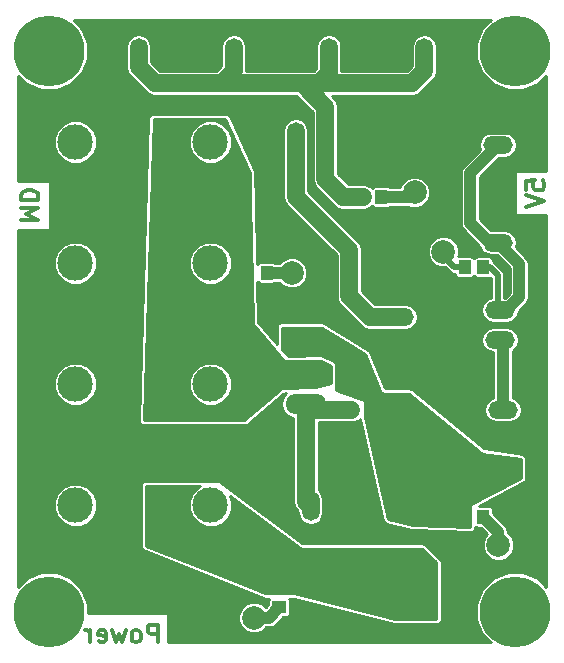
<source format=gbr>
G04 #@! TF.FileFunction,Copper,L2,Bot,Signal*
%FSLAX46Y46*%
G04 Gerber Fmt 4.6, Leading zero omitted, Abs format (unit mm)*
G04 Created by KiCad (PCBNEW 4.0.1-stable) date 2018/07/13 14:56:23*
%MOMM*%
G01*
G04 APERTURE LIST*
%ADD10C,0.100000*%
%ADD11C,0.300000*%
%ADD12O,1.500000X2.500000*%
%ADD13R,2.000000X2.000000*%
%ADD14C,2.000000*%
%ADD15O,2.500000X1.500000*%
%ADD16C,1.524000*%
%ADD17C,3.000000*%
%ADD18O,3.500120X1.699260*%
%ADD19R,1.000000X1.200000*%
%ADD20R,1.200000X1.000000*%
%ADD21O,3.800000X5.500000*%
%ADD22O,3.800000X5.300000*%
%ADD23C,6.000000*%
%ADD24C,1.000000*%
%ADD25C,0.500000*%
%ADD26C,1.500000*%
%ADD27C,0.250000*%
G04 APERTURE END LIST*
D10*
D11*
X162938571Y-87254287D02*
X162938571Y-86540001D01*
X163652857Y-86468572D01*
X163581429Y-86540001D01*
X163510000Y-86682858D01*
X163510000Y-87040001D01*
X163581429Y-87182858D01*
X163652857Y-87254287D01*
X163795714Y-87325715D01*
X164152857Y-87325715D01*
X164295714Y-87254287D01*
X164367143Y-87182858D01*
X164438571Y-87040001D01*
X164438571Y-86682858D01*
X164367143Y-86540001D01*
X164295714Y-86468572D01*
X162938571Y-87754286D02*
X164438571Y-88254286D01*
X162938571Y-88754286D01*
X120121429Y-89850000D02*
X121621429Y-89850000D01*
X120550000Y-89350000D01*
X121621429Y-88850000D01*
X120121429Y-88850000D01*
X120121429Y-88135714D02*
X121621429Y-88135714D01*
X121621429Y-87778571D01*
X121550000Y-87564286D01*
X121407143Y-87421428D01*
X121264286Y-87350000D01*
X120978571Y-87278571D01*
X120764286Y-87278571D01*
X120478571Y-87350000D01*
X120335714Y-87421428D01*
X120192857Y-87564286D01*
X120121429Y-87778571D01*
X120121429Y-88135714D01*
X131714285Y-125578571D02*
X131714285Y-124078571D01*
X131142857Y-124078571D01*
X130999999Y-124150000D01*
X130928571Y-124221429D01*
X130857142Y-124364286D01*
X130857142Y-124578571D01*
X130928571Y-124721429D01*
X130999999Y-124792857D01*
X131142857Y-124864286D01*
X131714285Y-124864286D01*
X129999999Y-125578571D02*
X130142857Y-125507143D01*
X130214285Y-125435714D01*
X130285714Y-125292857D01*
X130285714Y-124864286D01*
X130214285Y-124721429D01*
X130142857Y-124650000D01*
X129999999Y-124578571D01*
X129785714Y-124578571D01*
X129642857Y-124650000D01*
X129571428Y-124721429D01*
X129499999Y-124864286D01*
X129499999Y-125292857D01*
X129571428Y-125435714D01*
X129642857Y-125507143D01*
X129785714Y-125578571D01*
X129999999Y-125578571D01*
X128999999Y-124578571D02*
X128714285Y-125578571D01*
X128428571Y-124864286D01*
X128142856Y-125578571D01*
X127857142Y-124578571D01*
X126714285Y-125507143D02*
X126857142Y-125578571D01*
X127142856Y-125578571D01*
X127285713Y-125507143D01*
X127357142Y-125364286D01*
X127357142Y-124792857D01*
X127285713Y-124650000D01*
X127142856Y-124578571D01*
X126857142Y-124578571D01*
X126714285Y-124650000D01*
X126642856Y-124792857D01*
X126642856Y-124935714D01*
X127357142Y-125078571D01*
X125999999Y-125578571D02*
X125999999Y-124578571D01*
X125999999Y-124864286D02*
X125928571Y-124721429D01*
X125857142Y-124650000D01*
X125714285Y-124578571D01*
X125571428Y-124578571D01*
D12*
X154300000Y-75700000D03*
X151800000Y-75700000D03*
D13*
X137330000Y-123500000D03*
D14*
X139870000Y-123500000D03*
D13*
X163100000Y-117370000D03*
D14*
X160560000Y-117370000D03*
D13*
X145600000Y-94300000D03*
D14*
X143060000Y-94300000D03*
D13*
X156000000Y-87500000D03*
D14*
X153460000Y-87500000D03*
D13*
X153360000Y-92510000D03*
D14*
X155900000Y-92510000D03*
D12*
X144670000Y-114070000D03*
X147170000Y-114070000D03*
D15*
X160930000Y-105890000D03*
X160930000Y-108390000D03*
X160930000Y-110890000D03*
X152146000Y-98044000D03*
X152146000Y-100544000D03*
X152146000Y-103044000D03*
X152146000Y-105544000D03*
D16*
X133000000Y-105000000D03*
X127920000Y-105000000D03*
D17*
X136175000Y-103730000D03*
X124745000Y-103730000D03*
D16*
X133000000Y-115250000D03*
X127920000Y-115250000D03*
D17*
X136175000Y-113980000D03*
X124745000Y-113980000D03*
D15*
X160500000Y-83500000D03*
X160500000Y-81000000D03*
D12*
X146200000Y-75700000D03*
X143700000Y-75700000D03*
D16*
X133000000Y-94750000D03*
X127920000Y-94750000D03*
D17*
X136175000Y-93480000D03*
X124745000Y-93480000D03*
D15*
X160500000Y-91750000D03*
X160500000Y-89250000D03*
D16*
X133000000Y-84500000D03*
X127920000Y-84500000D03*
D17*
X136175000Y-83230000D03*
X124745000Y-83230000D03*
D18*
X144272000Y-102870000D03*
X144272000Y-105410000D03*
X144272000Y-100330000D03*
D19*
X149680000Y-105900000D03*
X148120000Y-105900000D03*
D20*
X142010000Y-121060000D03*
X142010000Y-122620000D03*
D19*
X157720000Y-114950000D03*
X159280000Y-114950000D03*
X139374000Y-94284000D03*
X140934000Y-94284000D03*
X149080000Y-87884000D03*
X150640000Y-87884000D03*
X159280000Y-93840000D03*
X157720000Y-93840000D03*
D21*
X153250000Y-120590000D03*
D22*
X153250000Y-112590000D03*
D15*
X160710000Y-99970000D03*
X160710000Y-97470000D03*
D12*
X138150000Y-75700000D03*
X135650000Y-75700000D03*
X130100000Y-75700000D03*
X127600000Y-75700000D03*
X143400000Y-82800000D03*
X145900000Y-82800000D03*
D23*
X162000000Y-123000000D03*
X162000000Y-75500000D03*
X122500000Y-123000000D03*
X122500000Y-75500000D03*
D24*
X147580000Y-113660000D02*
X147170000Y-114070000D01*
X139870000Y-123500000D02*
X141130000Y-123500000D01*
X141130000Y-123500000D02*
X142010000Y-122620000D01*
X160560000Y-117370000D02*
X160560000Y-116230000D01*
X160560000Y-116230000D02*
X159280000Y-114950000D01*
X143060000Y-94300000D02*
X140950000Y-94300000D01*
X140950000Y-94300000D02*
X140934000Y-94284000D01*
X150640000Y-87884000D02*
X153076000Y-87884000D01*
X153076000Y-87884000D02*
X153460000Y-87500000D01*
D25*
X155900000Y-92510000D02*
X155900000Y-92900000D01*
X155900000Y-92900000D02*
X156840000Y-93840000D01*
X156840000Y-93840000D02*
X157720000Y-93840000D01*
D24*
X160930000Y-105890000D02*
X160930000Y-100190000D01*
X160930000Y-100190000D02*
X160710000Y-99970000D01*
D26*
X143400000Y-82800000D02*
X143400000Y-87850000D01*
X149694000Y-98044000D02*
X152146000Y-98044000D01*
X147930000Y-96280000D02*
X149694000Y-98044000D01*
X147930000Y-92380000D02*
X147930000Y-96280000D01*
X143400000Y-87850000D02*
X147930000Y-92380000D01*
X144272000Y-105410000D02*
X144272000Y-113672000D01*
X144272000Y-113672000D02*
X144670000Y-114070000D01*
X148120000Y-105900000D02*
X144762000Y-105900000D01*
X144762000Y-105900000D02*
X144272000Y-105410000D01*
D25*
X159280000Y-93840000D02*
X159840000Y-93840000D01*
X160500000Y-94500000D02*
X160500000Y-97260000D01*
X159840000Y-93840000D02*
X160500000Y-94500000D01*
X160500000Y-97260000D02*
X160710000Y-97470000D01*
D24*
X160710000Y-97470000D02*
X161190000Y-97470000D01*
X161190000Y-97470000D02*
X162340000Y-96320000D01*
X162340000Y-96320000D02*
X162340000Y-93590000D01*
X162340000Y-93590000D02*
X160500000Y-91750000D01*
X160500000Y-91750000D02*
X159830000Y-91750000D01*
X159830000Y-91750000D02*
X158190000Y-90110000D01*
X158190000Y-85810000D02*
X160500000Y-83500000D01*
X158190000Y-90110000D02*
X158190000Y-85810000D01*
D26*
X145900000Y-82800000D02*
X145900000Y-86360000D01*
X147424000Y-87884000D02*
X149080000Y-87884000D01*
X145900000Y-86360000D02*
X147424000Y-87884000D01*
X145380000Y-78250000D02*
X153260000Y-78250000D01*
X154300000Y-77210000D02*
X154300000Y-75700000D01*
X153260000Y-78250000D02*
X154300000Y-77210000D01*
X143900000Y-78250000D02*
X145380000Y-78250000D01*
X146200000Y-77430000D02*
X146200000Y-75700000D01*
X145380000Y-78250000D02*
X146200000Y-77430000D01*
X145900000Y-82800000D02*
X145900000Y-80250000D01*
X143900000Y-78250000D02*
X137120000Y-78250000D01*
X145900000Y-80250000D02*
X143900000Y-78250000D01*
X138150000Y-75700000D02*
X138150000Y-77220000D01*
X131470000Y-78250000D02*
X130100000Y-76880000D01*
X137120000Y-78250000D02*
X131470000Y-78250000D01*
X138150000Y-77220000D02*
X137120000Y-78250000D01*
X130100000Y-76880000D02*
X130100000Y-75700000D01*
D27*
G36*
X139535229Y-85857664D02*
X139555004Y-88191059D01*
X139555021Y-88192288D01*
X139745021Y-98572288D01*
X139755758Y-98620731D01*
X139774941Y-98651171D01*
X142404941Y-101731171D01*
X142444010Y-101761759D01*
X142501229Y-101774994D01*
X145521359Y-101745288D01*
X146355475Y-102157862D01*
X146364405Y-103613524D01*
X145011401Y-103965676D01*
X142194704Y-104085112D01*
X142146533Y-104097012D01*
X142119123Y-104114691D01*
X138984112Y-106775000D01*
X130578949Y-106775000D01*
X130662419Y-104091422D01*
X134349684Y-104091422D01*
X134626938Y-104762429D01*
X135139871Y-105276258D01*
X135810392Y-105554683D01*
X136536422Y-105555316D01*
X137207429Y-105278062D01*
X137721258Y-104765129D01*
X137999683Y-104094608D01*
X138000316Y-103368578D01*
X137723062Y-102697571D01*
X137210129Y-102183742D01*
X136539608Y-101905317D01*
X135813578Y-101904684D01*
X135142571Y-102181938D01*
X134628742Y-102694871D01*
X134350317Y-103365392D01*
X134349684Y-104091422D01*
X130662419Y-104091422D01*
X130981237Y-93841422D01*
X134349684Y-93841422D01*
X134626938Y-94512429D01*
X135139871Y-95026258D01*
X135810392Y-95304683D01*
X136536422Y-95305316D01*
X137207429Y-95028062D01*
X137721258Y-94515129D01*
X137999683Y-93844608D01*
X138000316Y-93118578D01*
X137723062Y-92447571D01*
X137210129Y-91933742D01*
X136539608Y-91655317D01*
X135813578Y-91654684D01*
X135142571Y-91931938D01*
X134628742Y-92444871D01*
X134350317Y-93115392D01*
X134349684Y-93841422D01*
X130981237Y-93841422D01*
X131300055Y-83591422D01*
X134349684Y-83591422D01*
X134626938Y-84262429D01*
X135139871Y-84776258D01*
X135810392Y-85054683D01*
X136536422Y-85055316D01*
X137207429Y-84778062D01*
X137721258Y-84265129D01*
X137999683Y-83594608D01*
X138000316Y-82868578D01*
X137723062Y-82197571D01*
X137210129Y-81683742D01*
X136539608Y-81405317D01*
X135813578Y-81404684D01*
X135142571Y-81681938D01*
X134628742Y-82194871D01*
X134350317Y-82865392D01*
X134349684Y-83591422D01*
X131300055Y-83591422D01*
X131371185Y-81304614D01*
X137449742Y-81285256D01*
X139535229Y-85857664D01*
X139535229Y-85857664D01*
G37*
X139535229Y-85857664D02*
X139555004Y-88191059D01*
X139555021Y-88192288D01*
X139745021Y-98572288D01*
X139755758Y-98620731D01*
X139774941Y-98651171D01*
X142404941Y-101731171D01*
X142444010Y-101761759D01*
X142501229Y-101774994D01*
X145521359Y-101745288D01*
X146355475Y-102157862D01*
X146364405Y-103613524D01*
X145011401Y-103965676D01*
X142194704Y-104085112D01*
X142146533Y-104097012D01*
X142119123Y-104114691D01*
X138984112Y-106775000D01*
X130578949Y-106775000D01*
X130662419Y-104091422D01*
X134349684Y-104091422D01*
X134626938Y-104762429D01*
X135139871Y-105276258D01*
X135810392Y-105554683D01*
X136536422Y-105555316D01*
X137207429Y-105278062D01*
X137721258Y-104765129D01*
X137999683Y-104094608D01*
X138000316Y-103368578D01*
X137723062Y-102697571D01*
X137210129Y-102183742D01*
X136539608Y-101905317D01*
X135813578Y-101904684D01*
X135142571Y-102181938D01*
X134628742Y-102694871D01*
X134350317Y-103365392D01*
X134349684Y-104091422D01*
X130662419Y-104091422D01*
X130981237Y-93841422D01*
X134349684Y-93841422D01*
X134626938Y-94512429D01*
X135139871Y-95026258D01*
X135810392Y-95304683D01*
X136536422Y-95305316D01*
X137207429Y-95028062D01*
X137721258Y-94515129D01*
X137999683Y-93844608D01*
X138000316Y-93118578D01*
X137723062Y-92447571D01*
X137210129Y-91933742D01*
X136539608Y-91655317D01*
X135813578Y-91654684D01*
X135142571Y-91931938D01*
X134628742Y-92444871D01*
X134350317Y-93115392D01*
X134349684Y-93841422D01*
X130981237Y-93841422D01*
X131300055Y-83591422D01*
X134349684Y-83591422D01*
X134626938Y-84262429D01*
X135139871Y-84776258D01*
X135810392Y-85054683D01*
X136536422Y-85055316D01*
X137207429Y-84778062D01*
X137721258Y-84265129D01*
X137999683Y-83594608D01*
X138000316Y-82868578D01*
X137723062Y-82197571D01*
X137210129Y-81683742D01*
X136539608Y-81405317D01*
X135813578Y-81404684D01*
X135142571Y-81681938D01*
X134628742Y-82194871D01*
X134350317Y-82865392D01*
X134349684Y-83591422D01*
X131300055Y-83591422D01*
X131371185Y-81304614D01*
X137449742Y-81285256D01*
X139535229Y-85857664D01*
G36*
X159182845Y-73614079D02*
X158675578Y-74835715D01*
X158674424Y-76158482D01*
X159179558Y-77381001D01*
X160114079Y-78317155D01*
X161335715Y-78824422D01*
X162658482Y-78825576D01*
X163881001Y-78320442D01*
X164600000Y-77602697D01*
X164600000Y-85707857D01*
X161935000Y-85707857D01*
X161935000Y-89372142D01*
X164600000Y-89372142D01*
X164600000Y-120898172D01*
X163885921Y-120182845D01*
X162664285Y-119675578D01*
X161341518Y-119674424D01*
X160118999Y-120179558D01*
X159182845Y-121114079D01*
X158675578Y-122335715D01*
X158674424Y-123658482D01*
X159179558Y-124881001D01*
X159897303Y-125600000D01*
X132546429Y-125600000D01*
X132546429Y-123075000D01*
X125824936Y-123075000D01*
X125825576Y-122341518D01*
X125320442Y-121118999D01*
X124385921Y-120182845D01*
X123164285Y-119675578D01*
X121841518Y-119674424D01*
X120618999Y-120179558D01*
X119900000Y-120897303D01*
X119900000Y-114341422D01*
X122919684Y-114341422D01*
X123196938Y-115012429D01*
X123709871Y-115526258D01*
X124380392Y-115804683D01*
X125106422Y-115805316D01*
X125777429Y-115528062D01*
X126291258Y-115015129D01*
X126569683Y-114344608D01*
X126570316Y-113618578D01*
X126293062Y-112947571D01*
X125780129Y-112433742D01*
X125289465Y-112230000D01*
X130295000Y-112230000D01*
X130295000Y-117490000D01*
X130319348Y-117613425D01*
X130391055Y-117720671D01*
X130498836Y-117791570D01*
X140628836Y-121861570D01*
X140748705Y-121884997D01*
X141176060Y-121886700D01*
X141104740Y-121991080D01*
X141078633Y-122120000D01*
X141078633Y-122384641D01*
X140853513Y-122609761D01*
X140621532Y-122377375D01*
X140134715Y-122175231D01*
X139607598Y-122174771D01*
X139120428Y-122376065D01*
X138747375Y-122748468D01*
X138545231Y-123235285D01*
X138544771Y-123762402D01*
X138746065Y-124249572D01*
X139118468Y-124622625D01*
X139605285Y-124824769D01*
X140132402Y-124825229D01*
X140619572Y-124623935D01*
X140919029Y-124325000D01*
X141130000Y-124325000D01*
X141445714Y-124262201D01*
X141713363Y-124083363D01*
X142345359Y-123451367D01*
X142610000Y-123451367D01*
X142730438Y-123428705D01*
X142841053Y-123357526D01*
X142915260Y-123248920D01*
X142941367Y-123120000D01*
X142941367Y-122120000D01*
X142918705Y-121999562D01*
X142850372Y-121893370D01*
X143218669Y-121894837D01*
X151709873Y-124054968D01*
X151789107Y-124064999D01*
X155429107Y-124074999D01*
X155548124Y-124052774D01*
X155656613Y-123982963D01*
X155729395Y-123876443D01*
X155755000Y-123750000D01*
X155755000Y-118750000D01*
X155726069Y-118615954D01*
X155650591Y-118511328D01*
X154330591Y-117291328D01*
X154236151Y-117230482D01*
X154109683Y-117205000D01*
X143967342Y-117214895D01*
X136903772Y-111969083D01*
X136836443Y-111930605D01*
X136710000Y-111905000D01*
X130620000Y-111905000D01*
X130501876Y-111927226D01*
X130393387Y-111997037D01*
X130320605Y-112103557D01*
X130295000Y-112230000D01*
X125289465Y-112230000D01*
X125109608Y-112155317D01*
X124383578Y-112154684D01*
X123712571Y-112431938D01*
X123198742Y-112944871D01*
X122920317Y-113615392D01*
X122919684Y-114341422D01*
X119900000Y-114341422D01*
X119900000Y-106889896D01*
X130125157Y-106889896D01*
X130147226Y-107018124D01*
X130217037Y-107126613D01*
X130323557Y-107199395D01*
X130450000Y-107225000D01*
X139030000Y-107225000D01*
X139127305Y-107210092D01*
X139240281Y-107147804D01*
X142325224Y-104529982D01*
X142591182Y-104518705D01*
X142500328Y-104579411D01*
X142245700Y-104960489D01*
X142156287Y-105410000D01*
X142245700Y-105859511D01*
X142500328Y-106240589D01*
X142881406Y-106495217D01*
X143197000Y-106557992D01*
X143197000Y-113672000D01*
X143278830Y-114083385D01*
X143470135Y-114369694D01*
X143511860Y-114432140D01*
X143595000Y-114515280D01*
X143595000Y-114600856D01*
X143676830Y-115012241D01*
X143909860Y-115360996D01*
X144258615Y-115594026D01*
X144670000Y-115675856D01*
X145081385Y-115594026D01*
X145430140Y-115360996D01*
X145663170Y-115012241D01*
X145745000Y-114600856D01*
X145745000Y-113539144D01*
X145663170Y-113127759D01*
X145430140Y-112779004D01*
X145347000Y-112723452D01*
X145347000Y-106975000D01*
X148120000Y-106975000D01*
X148531385Y-106893170D01*
X148625401Y-106830351D01*
X148740438Y-106808705D01*
X148851053Y-106737526D01*
X148870498Y-106709068D01*
X150812999Y-115301663D01*
X150851711Y-115397870D01*
X150938947Y-115492914D01*
X151056287Y-115546530D01*
X153246287Y-116056530D01*
X153305541Y-116064678D01*
X158245541Y-116284678D01*
X158378124Y-116262774D01*
X158486613Y-116192963D01*
X158559395Y-116086443D01*
X158585000Y-115960000D01*
X158585000Y-115810110D01*
X158651080Y-115855260D01*
X158780000Y-115881367D01*
X159044641Y-115881367D01*
X159609709Y-116446435D01*
X159437375Y-116618468D01*
X159235231Y-117105285D01*
X159234771Y-117632402D01*
X159436065Y-118119572D01*
X159808468Y-118492625D01*
X160295285Y-118694769D01*
X160822402Y-118695229D01*
X161309572Y-118493935D01*
X161682625Y-118121532D01*
X161884769Y-117634715D01*
X161885229Y-117107598D01*
X161683935Y-116620428D01*
X161385000Y-116320971D01*
X161385000Y-116230000D01*
X161322201Y-115914286D01*
X161143363Y-115646637D01*
X160111367Y-114614641D01*
X160111367Y-114350000D01*
X160088705Y-114229562D01*
X160017526Y-114118947D01*
X159908920Y-114044740D01*
X159780000Y-114018633D01*
X158876357Y-114018633D01*
X162708562Y-112049058D01*
X162786613Y-111992963D01*
X162859395Y-111886443D01*
X162885000Y-111760000D01*
X162885000Y-109982000D01*
X162876811Y-109909502D01*
X162823645Y-109791957D01*
X162728936Y-109704357D01*
X162607608Y-109660506D01*
X159307726Y-109171851D01*
X153267778Y-104150094D01*
X153186443Y-104100605D01*
X153060000Y-104075000D01*
X150985600Y-104075000D01*
X149689428Y-101003636D01*
X149655133Y-100942038D01*
X149561116Y-100853695D01*
X148134198Y-99970000D01*
X159104144Y-99970000D01*
X159185974Y-100381385D01*
X159419004Y-100730140D01*
X159767759Y-100963170D01*
X160105000Y-101030252D01*
X160105000Y-104873509D01*
X159987759Y-104896830D01*
X159639004Y-105129860D01*
X159405974Y-105478615D01*
X159324144Y-105890000D01*
X159405974Y-106301385D01*
X159639004Y-106650140D01*
X159987759Y-106883170D01*
X160399144Y-106965000D01*
X161460856Y-106965000D01*
X161872241Y-106883170D01*
X162220996Y-106650140D01*
X162454026Y-106301385D01*
X162535856Y-105890000D01*
X162454026Y-105478615D01*
X162220996Y-105129860D01*
X161872241Y-104896830D01*
X161755000Y-104873509D01*
X161755000Y-100894509D01*
X162000996Y-100730140D01*
X162234026Y-100381385D01*
X162315856Y-99970000D01*
X162234026Y-99558615D01*
X162000996Y-99209860D01*
X161652241Y-98976830D01*
X161240856Y-98895000D01*
X160179144Y-98895000D01*
X159767759Y-98976830D01*
X159419004Y-99209860D01*
X159185974Y-99558615D01*
X159104144Y-99970000D01*
X148134198Y-99970000D01*
X145831116Y-98543695D01*
X145660000Y-98495000D01*
X142140000Y-98495000D01*
X142021876Y-98517226D01*
X141913387Y-98587037D01*
X141840605Y-98693557D01*
X141815000Y-98820000D01*
X141815000Y-100347308D01*
X140192814Y-98447561D01*
X140131231Y-95083212D01*
X140154279Y-95049481D01*
X140196474Y-95115053D01*
X140305080Y-95189260D01*
X140434000Y-95215367D01*
X141434000Y-95215367D01*
X141554438Y-95192705D01*
X141659654Y-95125000D01*
X142011362Y-95125000D01*
X142308468Y-95422625D01*
X142795285Y-95624769D01*
X143322402Y-95625229D01*
X143809572Y-95423935D01*
X144182625Y-95051532D01*
X144384769Y-94564715D01*
X144385229Y-94037598D01*
X144183935Y-93550428D01*
X143811532Y-93177375D01*
X143324715Y-92975231D01*
X142797598Y-92974771D01*
X142310428Y-93176065D01*
X142010971Y-93475000D01*
X141685717Y-93475000D01*
X141671526Y-93452947D01*
X141562920Y-93378740D01*
X141434000Y-93352633D01*
X140434000Y-93352633D01*
X140313562Y-93375295D01*
X140202947Y-93446474D01*
X140153721Y-93518519D01*
X140111526Y-93452947D01*
X140101262Y-93445934D01*
X140004974Y-88185571D01*
X139984988Y-85827246D01*
X139955695Y-85695133D01*
X138393092Y-82269144D01*
X142325000Y-82269144D01*
X142325000Y-87850000D01*
X142406830Y-88261385D01*
X142544460Y-88467363D01*
X142639860Y-88610140D01*
X146855000Y-92825279D01*
X146855000Y-96280000D01*
X146936830Y-96691385D01*
X147045094Y-96853414D01*
X147169860Y-97040140D01*
X148933860Y-98804140D01*
X149282616Y-99037171D01*
X149694000Y-99119000D01*
X152676856Y-99119000D01*
X153088241Y-99037170D01*
X153436996Y-98804140D01*
X153670026Y-98455385D01*
X153751856Y-98044000D01*
X153670026Y-97632615D01*
X153436996Y-97283860D01*
X153088241Y-97050830D01*
X152676856Y-96969000D01*
X150139280Y-96969000D01*
X149005000Y-95834720D01*
X149005000Y-92772402D01*
X154574771Y-92772402D01*
X154776065Y-93259572D01*
X155148468Y-93632625D01*
X155635285Y-93834769D01*
X156021934Y-93835106D01*
X156433414Y-94246587D01*
X156619957Y-94371231D01*
X156840000Y-94415000D01*
X156888633Y-94415000D01*
X156888633Y-94440000D01*
X156911295Y-94560438D01*
X156982474Y-94671053D01*
X157091080Y-94745260D01*
X157220000Y-94771367D01*
X158220000Y-94771367D01*
X158340438Y-94748705D01*
X158451053Y-94677526D01*
X158500279Y-94605481D01*
X158542474Y-94671053D01*
X158651080Y-94745260D01*
X158780000Y-94771367D01*
X159780000Y-94771367D01*
X159900438Y-94748705D01*
X159921792Y-94734964D01*
X159925000Y-94738172D01*
X159925000Y-96445553D01*
X159767759Y-96476830D01*
X159419004Y-96709860D01*
X159185974Y-97058615D01*
X159104144Y-97470000D01*
X159185974Y-97881385D01*
X159419004Y-98230140D01*
X159767759Y-98463170D01*
X160179144Y-98545000D01*
X161240856Y-98545000D01*
X161652241Y-98463170D01*
X162000996Y-98230140D01*
X162234026Y-97881385D01*
X162305708Y-97521018D01*
X162923363Y-96903363D01*
X163102201Y-96635714D01*
X163165000Y-96320000D01*
X163165000Y-93590000D01*
X163102201Y-93274286D01*
X162923363Y-93006637D01*
X162032999Y-92116273D01*
X162105856Y-91750000D01*
X162024026Y-91338615D01*
X161790996Y-90989860D01*
X161442241Y-90756830D01*
X161030856Y-90675000D01*
X159969144Y-90675000D01*
X159929593Y-90682867D01*
X159015000Y-89768274D01*
X159015000Y-86151726D01*
X160591726Y-84575000D01*
X161030856Y-84575000D01*
X161442241Y-84493170D01*
X161790996Y-84260140D01*
X162024026Y-83911385D01*
X162105856Y-83500000D01*
X162024026Y-83088615D01*
X161790996Y-82739860D01*
X161442241Y-82506830D01*
X161030856Y-82425000D01*
X159969144Y-82425000D01*
X159557759Y-82506830D01*
X159209004Y-82739860D01*
X158975974Y-83088615D01*
X158894144Y-83500000D01*
X158967001Y-83866273D01*
X157606637Y-85226637D01*
X157427799Y-85494286D01*
X157365000Y-85810000D01*
X157365000Y-90110000D01*
X157427799Y-90425714D01*
X157606637Y-90693363D01*
X158951470Y-92038196D01*
X158975974Y-92161385D01*
X159209004Y-92510140D01*
X159557759Y-92743170D01*
X159969144Y-92825000D01*
X160408274Y-92825000D01*
X161515000Y-93931726D01*
X161515000Y-95978274D01*
X161098274Y-96395000D01*
X161075000Y-96395000D01*
X161075000Y-94500000D01*
X161031231Y-94279957D01*
X160906586Y-94093414D01*
X160246586Y-93433414D01*
X160111367Y-93343063D01*
X160111367Y-93240000D01*
X160088705Y-93119562D01*
X160017526Y-93008947D01*
X159908920Y-92934740D01*
X159780000Y-92908633D01*
X158780000Y-92908633D01*
X158659562Y-92931295D01*
X158548947Y-93002474D01*
X158499721Y-93074519D01*
X158457526Y-93008947D01*
X158348920Y-92934740D01*
X158220000Y-92908633D01*
X157220000Y-92908633D01*
X157164853Y-92919010D01*
X157224769Y-92774715D01*
X157225229Y-92247598D01*
X157023935Y-91760428D01*
X156651532Y-91387375D01*
X156164715Y-91185231D01*
X155637598Y-91184771D01*
X155150428Y-91386065D01*
X154777375Y-91758468D01*
X154575231Y-92245285D01*
X154574771Y-92772402D01*
X149005000Y-92772402D01*
X149005000Y-92380000D01*
X148923170Y-91968615D01*
X148690140Y-91619860D01*
X148690137Y-91619858D01*
X144475000Y-87404720D01*
X144475000Y-82269144D01*
X144393170Y-81857759D01*
X144160140Y-81509004D01*
X143811385Y-81275974D01*
X143400000Y-81194144D01*
X142988615Y-81275974D01*
X142639860Y-81509004D01*
X142406830Y-81857759D01*
X142325000Y-82269144D01*
X138393092Y-82269144D01*
X137825695Y-81025133D01*
X137762240Y-80932646D01*
X137655489Y-80860204D01*
X137528965Y-80835002D01*
X131248965Y-80855002D01*
X131141346Y-80873700D01*
X131030739Y-80940105D01*
X130954681Y-81044310D01*
X130925157Y-81169896D01*
X130125157Y-106889896D01*
X119900000Y-106889896D01*
X119900000Y-104091422D01*
X122919684Y-104091422D01*
X123196938Y-104762429D01*
X123709871Y-105276258D01*
X124380392Y-105554683D01*
X125106422Y-105555316D01*
X125777429Y-105278062D01*
X126291258Y-104765129D01*
X126569683Y-104094608D01*
X126570316Y-103368578D01*
X126293062Y-102697571D01*
X125780129Y-102183742D01*
X125109608Y-101905317D01*
X124383578Y-101904684D01*
X123712571Y-102181938D01*
X123198742Y-102694871D01*
X122920317Y-103365392D01*
X122919684Y-104091422D01*
X119900000Y-104091422D01*
X119900000Y-93841422D01*
X122919684Y-93841422D01*
X123196938Y-94512429D01*
X123709871Y-95026258D01*
X124380392Y-95304683D01*
X125106422Y-95305316D01*
X125777429Y-95028062D01*
X126291258Y-94515129D01*
X126569683Y-93844608D01*
X126570316Y-93118578D01*
X126293062Y-92447571D01*
X125780129Y-91933742D01*
X125109608Y-91655317D01*
X124383578Y-91654684D01*
X123712571Y-91931938D01*
X123198742Y-92444871D01*
X122920317Y-93115392D01*
X122919684Y-93841422D01*
X119900000Y-93841422D01*
X119900000Y-90682143D01*
X122625000Y-90682143D01*
X122625000Y-86517857D01*
X119900000Y-86517857D01*
X119900000Y-83591422D01*
X122919684Y-83591422D01*
X123196938Y-84262429D01*
X123709871Y-84776258D01*
X124380392Y-85054683D01*
X125106422Y-85055316D01*
X125777429Y-84778062D01*
X126291258Y-84265129D01*
X126569683Y-83594608D01*
X126570316Y-82868578D01*
X126293062Y-82197571D01*
X125780129Y-81683742D01*
X125109608Y-81405317D01*
X124383578Y-81404684D01*
X123712571Y-81681938D01*
X123198742Y-82194871D01*
X122920317Y-82865392D01*
X122919684Y-83591422D01*
X119900000Y-83591422D01*
X119900000Y-77601828D01*
X120614079Y-78317155D01*
X121835715Y-78824422D01*
X123158482Y-78825576D01*
X124381001Y-78320442D01*
X125317155Y-77385921D01*
X125824422Y-76164285D01*
X125825290Y-75169144D01*
X129025000Y-75169144D01*
X129025000Y-76880000D01*
X129106830Y-77291385D01*
X129239447Y-77489861D01*
X129339860Y-77640140D01*
X130709858Y-79010137D01*
X130709860Y-79010140D01*
X130942891Y-79165846D01*
X131058616Y-79243171D01*
X131470000Y-79325001D01*
X131470005Y-79325000D01*
X143454720Y-79325000D01*
X144825000Y-80695280D01*
X144825000Y-86360000D01*
X144906830Y-86771385D01*
X145003884Y-86916637D01*
X145139860Y-87120140D01*
X146663858Y-88644137D01*
X146663860Y-88644140D01*
X147012615Y-88877170D01*
X147424000Y-88959000D01*
X149080000Y-88959000D01*
X149491385Y-88877170D01*
X149585401Y-88814351D01*
X149700438Y-88792705D01*
X149811053Y-88721526D01*
X149860279Y-88649481D01*
X149902474Y-88715053D01*
X150011080Y-88789260D01*
X150140000Y-88815367D01*
X151140000Y-88815367D01*
X151260438Y-88792705D01*
X151371053Y-88721526D01*
X151379612Y-88709000D01*
X152916482Y-88709000D01*
X153195285Y-88824769D01*
X153722402Y-88825229D01*
X154209572Y-88623935D01*
X154582625Y-88251532D01*
X154784769Y-87764715D01*
X154785229Y-87237598D01*
X154583935Y-86750428D01*
X154211532Y-86377375D01*
X153724715Y-86175231D01*
X153197598Y-86174771D01*
X152710428Y-86376065D01*
X152337375Y-86748468D01*
X152208431Y-87059000D01*
X151381421Y-87059000D01*
X151377526Y-87052947D01*
X151268920Y-86978740D01*
X151140000Y-86952633D01*
X150140000Y-86952633D01*
X150019562Y-86975295D01*
X149908947Y-87046474D01*
X149859721Y-87118519D01*
X149817526Y-87052947D01*
X149708920Y-86978740D01*
X149585567Y-86953760D01*
X149491385Y-86890830D01*
X149080000Y-86809000D01*
X147869279Y-86809000D01*
X146975000Y-85914720D01*
X146975000Y-80250000D01*
X146893170Y-79838615D01*
X146660140Y-79489860D01*
X146495280Y-79325000D01*
X153260000Y-79325000D01*
X153671385Y-79243170D01*
X154020140Y-79010140D01*
X155060140Y-77970140D01*
X155286488Y-77631385D01*
X155293170Y-77621385D01*
X155375000Y-77210000D01*
X155375000Y-75169144D01*
X155293170Y-74757759D01*
X155060140Y-74409004D01*
X154711385Y-74175974D01*
X154300000Y-74094144D01*
X153888615Y-74175974D01*
X153539860Y-74409004D01*
X153306830Y-74757759D01*
X153225000Y-75169144D01*
X153225000Y-76764720D01*
X152814720Y-77175000D01*
X147275000Y-77175000D01*
X147275000Y-75169144D01*
X147193170Y-74757759D01*
X146960140Y-74409004D01*
X146611385Y-74175974D01*
X146200000Y-74094144D01*
X145788615Y-74175974D01*
X145439860Y-74409004D01*
X145206830Y-74757759D01*
X145125000Y-75169144D01*
X145125000Y-76984720D01*
X144934720Y-77175000D01*
X139225000Y-77175000D01*
X139225000Y-75169144D01*
X139143170Y-74757759D01*
X138910140Y-74409004D01*
X138561385Y-74175974D01*
X138150000Y-74094144D01*
X137738615Y-74175974D01*
X137389860Y-74409004D01*
X137156830Y-74757759D01*
X137075000Y-75169144D01*
X137075000Y-76774720D01*
X136674720Y-77175000D01*
X131915279Y-77175000D01*
X131175000Y-76434720D01*
X131175000Y-75169144D01*
X131093170Y-74757759D01*
X130860140Y-74409004D01*
X130511385Y-74175974D01*
X130100000Y-74094144D01*
X129688615Y-74175974D01*
X129339860Y-74409004D01*
X129106830Y-74757759D01*
X129025000Y-75169144D01*
X125825290Y-75169144D01*
X125825576Y-74841518D01*
X125320442Y-73618999D01*
X124602697Y-72900000D01*
X159898172Y-72900000D01*
X159182845Y-73614079D01*
X159182845Y-73614079D01*
G37*
X159182845Y-73614079D02*
X158675578Y-74835715D01*
X158674424Y-76158482D01*
X159179558Y-77381001D01*
X160114079Y-78317155D01*
X161335715Y-78824422D01*
X162658482Y-78825576D01*
X163881001Y-78320442D01*
X164600000Y-77602697D01*
X164600000Y-85707857D01*
X161935000Y-85707857D01*
X161935000Y-89372142D01*
X164600000Y-89372142D01*
X164600000Y-120898172D01*
X163885921Y-120182845D01*
X162664285Y-119675578D01*
X161341518Y-119674424D01*
X160118999Y-120179558D01*
X159182845Y-121114079D01*
X158675578Y-122335715D01*
X158674424Y-123658482D01*
X159179558Y-124881001D01*
X159897303Y-125600000D01*
X132546429Y-125600000D01*
X132546429Y-123075000D01*
X125824936Y-123075000D01*
X125825576Y-122341518D01*
X125320442Y-121118999D01*
X124385921Y-120182845D01*
X123164285Y-119675578D01*
X121841518Y-119674424D01*
X120618999Y-120179558D01*
X119900000Y-120897303D01*
X119900000Y-114341422D01*
X122919684Y-114341422D01*
X123196938Y-115012429D01*
X123709871Y-115526258D01*
X124380392Y-115804683D01*
X125106422Y-115805316D01*
X125777429Y-115528062D01*
X126291258Y-115015129D01*
X126569683Y-114344608D01*
X126570316Y-113618578D01*
X126293062Y-112947571D01*
X125780129Y-112433742D01*
X125289465Y-112230000D01*
X130295000Y-112230000D01*
X130295000Y-117490000D01*
X130319348Y-117613425D01*
X130391055Y-117720671D01*
X130498836Y-117791570D01*
X140628836Y-121861570D01*
X140748705Y-121884997D01*
X141176060Y-121886700D01*
X141104740Y-121991080D01*
X141078633Y-122120000D01*
X141078633Y-122384641D01*
X140853513Y-122609761D01*
X140621532Y-122377375D01*
X140134715Y-122175231D01*
X139607598Y-122174771D01*
X139120428Y-122376065D01*
X138747375Y-122748468D01*
X138545231Y-123235285D01*
X138544771Y-123762402D01*
X138746065Y-124249572D01*
X139118468Y-124622625D01*
X139605285Y-124824769D01*
X140132402Y-124825229D01*
X140619572Y-124623935D01*
X140919029Y-124325000D01*
X141130000Y-124325000D01*
X141445714Y-124262201D01*
X141713363Y-124083363D01*
X142345359Y-123451367D01*
X142610000Y-123451367D01*
X142730438Y-123428705D01*
X142841053Y-123357526D01*
X142915260Y-123248920D01*
X142941367Y-123120000D01*
X142941367Y-122120000D01*
X142918705Y-121999562D01*
X142850372Y-121893370D01*
X143218669Y-121894837D01*
X151709873Y-124054968D01*
X151789107Y-124064999D01*
X155429107Y-124074999D01*
X155548124Y-124052774D01*
X155656613Y-123982963D01*
X155729395Y-123876443D01*
X155755000Y-123750000D01*
X155755000Y-118750000D01*
X155726069Y-118615954D01*
X155650591Y-118511328D01*
X154330591Y-117291328D01*
X154236151Y-117230482D01*
X154109683Y-117205000D01*
X143967342Y-117214895D01*
X136903772Y-111969083D01*
X136836443Y-111930605D01*
X136710000Y-111905000D01*
X130620000Y-111905000D01*
X130501876Y-111927226D01*
X130393387Y-111997037D01*
X130320605Y-112103557D01*
X130295000Y-112230000D01*
X125289465Y-112230000D01*
X125109608Y-112155317D01*
X124383578Y-112154684D01*
X123712571Y-112431938D01*
X123198742Y-112944871D01*
X122920317Y-113615392D01*
X122919684Y-114341422D01*
X119900000Y-114341422D01*
X119900000Y-106889896D01*
X130125157Y-106889896D01*
X130147226Y-107018124D01*
X130217037Y-107126613D01*
X130323557Y-107199395D01*
X130450000Y-107225000D01*
X139030000Y-107225000D01*
X139127305Y-107210092D01*
X139240281Y-107147804D01*
X142325224Y-104529982D01*
X142591182Y-104518705D01*
X142500328Y-104579411D01*
X142245700Y-104960489D01*
X142156287Y-105410000D01*
X142245700Y-105859511D01*
X142500328Y-106240589D01*
X142881406Y-106495217D01*
X143197000Y-106557992D01*
X143197000Y-113672000D01*
X143278830Y-114083385D01*
X143470135Y-114369694D01*
X143511860Y-114432140D01*
X143595000Y-114515280D01*
X143595000Y-114600856D01*
X143676830Y-115012241D01*
X143909860Y-115360996D01*
X144258615Y-115594026D01*
X144670000Y-115675856D01*
X145081385Y-115594026D01*
X145430140Y-115360996D01*
X145663170Y-115012241D01*
X145745000Y-114600856D01*
X145745000Y-113539144D01*
X145663170Y-113127759D01*
X145430140Y-112779004D01*
X145347000Y-112723452D01*
X145347000Y-106975000D01*
X148120000Y-106975000D01*
X148531385Y-106893170D01*
X148625401Y-106830351D01*
X148740438Y-106808705D01*
X148851053Y-106737526D01*
X148870498Y-106709068D01*
X150812999Y-115301663D01*
X150851711Y-115397870D01*
X150938947Y-115492914D01*
X151056287Y-115546530D01*
X153246287Y-116056530D01*
X153305541Y-116064678D01*
X158245541Y-116284678D01*
X158378124Y-116262774D01*
X158486613Y-116192963D01*
X158559395Y-116086443D01*
X158585000Y-115960000D01*
X158585000Y-115810110D01*
X158651080Y-115855260D01*
X158780000Y-115881367D01*
X159044641Y-115881367D01*
X159609709Y-116446435D01*
X159437375Y-116618468D01*
X159235231Y-117105285D01*
X159234771Y-117632402D01*
X159436065Y-118119572D01*
X159808468Y-118492625D01*
X160295285Y-118694769D01*
X160822402Y-118695229D01*
X161309572Y-118493935D01*
X161682625Y-118121532D01*
X161884769Y-117634715D01*
X161885229Y-117107598D01*
X161683935Y-116620428D01*
X161385000Y-116320971D01*
X161385000Y-116230000D01*
X161322201Y-115914286D01*
X161143363Y-115646637D01*
X160111367Y-114614641D01*
X160111367Y-114350000D01*
X160088705Y-114229562D01*
X160017526Y-114118947D01*
X159908920Y-114044740D01*
X159780000Y-114018633D01*
X158876357Y-114018633D01*
X162708562Y-112049058D01*
X162786613Y-111992963D01*
X162859395Y-111886443D01*
X162885000Y-111760000D01*
X162885000Y-109982000D01*
X162876811Y-109909502D01*
X162823645Y-109791957D01*
X162728936Y-109704357D01*
X162607608Y-109660506D01*
X159307726Y-109171851D01*
X153267778Y-104150094D01*
X153186443Y-104100605D01*
X153060000Y-104075000D01*
X150985600Y-104075000D01*
X149689428Y-101003636D01*
X149655133Y-100942038D01*
X149561116Y-100853695D01*
X148134198Y-99970000D01*
X159104144Y-99970000D01*
X159185974Y-100381385D01*
X159419004Y-100730140D01*
X159767759Y-100963170D01*
X160105000Y-101030252D01*
X160105000Y-104873509D01*
X159987759Y-104896830D01*
X159639004Y-105129860D01*
X159405974Y-105478615D01*
X159324144Y-105890000D01*
X159405974Y-106301385D01*
X159639004Y-106650140D01*
X159987759Y-106883170D01*
X160399144Y-106965000D01*
X161460856Y-106965000D01*
X161872241Y-106883170D01*
X162220996Y-106650140D01*
X162454026Y-106301385D01*
X162535856Y-105890000D01*
X162454026Y-105478615D01*
X162220996Y-105129860D01*
X161872241Y-104896830D01*
X161755000Y-104873509D01*
X161755000Y-100894509D01*
X162000996Y-100730140D01*
X162234026Y-100381385D01*
X162315856Y-99970000D01*
X162234026Y-99558615D01*
X162000996Y-99209860D01*
X161652241Y-98976830D01*
X161240856Y-98895000D01*
X160179144Y-98895000D01*
X159767759Y-98976830D01*
X159419004Y-99209860D01*
X159185974Y-99558615D01*
X159104144Y-99970000D01*
X148134198Y-99970000D01*
X145831116Y-98543695D01*
X145660000Y-98495000D01*
X142140000Y-98495000D01*
X142021876Y-98517226D01*
X141913387Y-98587037D01*
X141840605Y-98693557D01*
X141815000Y-98820000D01*
X141815000Y-100347308D01*
X140192814Y-98447561D01*
X140131231Y-95083212D01*
X140154279Y-95049481D01*
X140196474Y-95115053D01*
X140305080Y-95189260D01*
X140434000Y-95215367D01*
X141434000Y-95215367D01*
X141554438Y-95192705D01*
X141659654Y-95125000D01*
X142011362Y-95125000D01*
X142308468Y-95422625D01*
X142795285Y-95624769D01*
X143322402Y-95625229D01*
X143809572Y-95423935D01*
X144182625Y-95051532D01*
X144384769Y-94564715D01*
X144385229Y-94037598D01*
X144183935Y-93550428D01*
X143811532Y-93177375D01*
X143324715Y-92975231D01*
X142797598Y-92974771D01*
X142310428Y-93176065D01*
X142010971Y-93475000D01*
X141685717Y-93475000D01*
X141671526Y-93452947D01*
X141562920Y-93378740D01*
X141434000Y-93352633D01*
X140434000Y-93352633D01*
X140313562Y-93375295D01*
X140202947Y-93446474D01*
X140153721Y-93518519D01*
X140111526Y-93452947D01*
X140101262Y-93445934D01*
X140004974Y-88185571D01*
X139984988Y-85827246D01*
X139955695Y-85695133D01*
X138393092Y-82269144D01*
X142325000Y-82269144D01*
X142325000Y-87850000D01*
X142406830Y-88261385D01*
X142544460Y-88467363D01*
X142639860Y-88610140D01*
X146855000Y-92825279D01*
X146855000Y-96280000D01*
X146936830Y-96691385D01*
X147045094Y-96853414D01*
X147169860Y-97040140D01*
X148933860Y-98804140D01*
X149282616Y-99037171D01*
X149694000Y-99119000D01*
X152676856Y-99119000D01*
X153088241Y-99037170D01*
X153436996Y-98804140D01*
X153670026Y-98455385D01*
X153751856Y-98044000D01*
X153670026Y-97632615D01*
X153436996Y-97283860D01*
X153088241Y-97050830D01*
X152676856Y-96969000D01*
X150139280Y-96969000D01*
X149005000Y-95834720D01*
X149005000Y-92772402D01*
X154574771Y-92772402D01*
X154776065Y-93259572D01*
X155148468Y-93632625D01*
X155635285Y-93834769D01*
X156021934Y-93835106D01*
X156433414Y-94246587D01*
X156619957Y-94371231D01*
X156840000Y-94415000D01*
X156888633Y-94415000D01*
X156888633Y-94440000D01*
X156911295Y-94560438D01*
X156982474Y-94671053D01*
X157091080Y-94745260D01*
X157220000Y-94771367D01*
X158220000Y-94771367D01*
X158340438Y-94748705D01*
X158451053Y-94677526D01*
X158500279Y-94605481D01*
X158542474Y-94671053D01*
X158651080Y-94745260D01*
X158780000Y-94771367D01*
X159780000Y-94771367D01*
X159900438Y-94748705D01*
X159921792Y-94734964D01*
X159925000Y-94738172D01*
X159925000Y-96445553D01*
X159767759Y-96476830D01*
X159419004Y-96709860D01*
X159185974Y-97058615D01*
X159104144Y-97470000D01*
X159185974Y-97881385D01*
X159419004Y-98230140D01*
X159767759Y-98463170D01*
X160179144Y-98545000D01*
X161240856Y-98545000D01*
X161652241Y-98463170D01*
X162000996Y-98230140D01*
X162234026Y-97881385D01*
X162305708Y-97521018D01*
X162923363Y-96903363D01*
X163102201Y-96635714D01*
X163165000Y-96320000D01*
X163165000Y-93590000D01*
X163102201Y-93274286D01*
X162923363Y-93006637D01*
X162032999Y-92116273D01*
X162105856Y-91750000D01*
X162024026Y-91338615D01*
X161790996Y-90989860D01*
X161442241Y-90756830D01*
X161030856Y-90675000D01*
X159969144Y-90675000D01*
X159929593Y-90682867D01*
X159015000Y-89768274D01*
X159015000Y-86151726D01*
X160591726Y-84575000D01*
X161030856Y-84575000D01*
X161442241Y-84493170D01*
X161790996Y-84260140D01*
X162024026Y-83911385D01*
X162105856Y-83500000D01*
X162024026Y-83088615D01*
X161790996Y-82739860D01*
X161442241Y-82506830D01*
X161030856Y-82425000D01*
X159969144Y-82425000D01*
X159557759Y-82506830D01*
X159209004Y-82739860D01*
X158975974Y-83088615D01*
X158894144Y-83500000D01*
X158967001Y-83866273D01*
X157606637Y-85226637D01*
X157427799Y-85494286D01*
X157365000Y-85810000D01*
X157365000Y-90110000D01*
X157427799Y-90425714D01*
X157606637Y-90693363D01*
X158951470Y-92038196D01*
X158975974Y-92161385D01*
X159209004Y-92510140D01*
X159557759Y-92743170D01*
X159969144Y-92825000D01*
X160408274Y-92825000D01*
X161515000Y-93931726D01*
X161515000Y-95978274D01*
X161098274Y-96395000D01*
X161075000Y-96395000D01*
X161075000Y-94500000D01*
X161031231Y-94279957D01*
X160906586Y-94093414D01*
X160246586Y-93433414D01*
X160111367Y-93343063D01*
X160111367Y-93240000D01*
X160088705Y-93119562D01*
X160017526Y-93008947D01*
X159908920Y-92934740D01*
X159780000Y-92908633D01*
X158780000Y-92908633D01*
X158659562Y-92931295D01*
X158548947Y-93002474D01*
X158499721Y-93074519D01*
X158457526Y-93008947D01*
X158348920Y-92934740D01*
X158220000Y-92908633D01*
X157220000Y-92908633D01*
X157164853Y-92919010D01*
X157224769Y-92774715D01*
X157225229Y-92247598D01*
X157023935Y-91760428D01*
X156651532Y-91387375D01*
X156164715Y-91185231D01*
X155637598Y-91184771D01*
X155150428Y-91386065D01*
X154777375Y-91758468D01*
X154575231Y-92245285D01*
X154574771Y-92772402D01*
X149005000Y-92772402D01*
X149005000Y-92380000D01*
X148923170Y-91968615D01*
X148690140Y-91619860D01*
X148690137Y-91619858D01*
X144475000Y-87404720D01*
X144475000Y-82269144D01*
X144393170Y-81857759D01*
X144160140Y-81509004D01*
X143811385Y-81275974D01*
X143400000Y-81194144D01*
X142988615Y-81275974D01*
X142639860Y-81509004D01*
X142406830Y-81857759D01*
X142325000Y-82269144D01*
X138393092Y-82269144D01*
X137825695Y-81025133D01*
X137762240Y-80932646D01*
X137655489Y-80860204D01*
X137528965Y-80835002D01*
X131248965Y-80855002D01*
X131141346Y-80873700D01*
X131030739Y-80940105D01*
X130954681Y-81044310D01*
X130925157Y-81169896D01*
X130125157Y-106889896D01*
X119900000Y-106889896D01*
X119900000Y-104091422D01*
X122919684Y-104091422D01*
X123196938Y-104762429D01*
X123709871Y-105276258D01*
X124380392Y-105554683D01*
X125106422Y-105555316D01*
X125777429Y-105278062D01*
X126291258Y-104765129D01*
X126569683Y-104094608D01*
X126570316Y-103368578D01*
X126293062Y-102697571D01*
X125780129Y-102183742D01*
X125109608Y-101905317D01*
X124383578Y-101904684D01*
X123712571Y-102181938D01*
X123198742Y-102694871D01*
X122920317Y-103365392D01*
X122919684Y-104091422D01*
X119900000Y-104091422D01*
X119900000Y-93841422D01*
X122919684Y-93841422D01*
X123196938Y-94512429D01*
X123709871Y-95026258D01*
X124380392Y-95304683D01*
X125106422Y-95305316D01*
X125777429Y-95028062D01*
X126291258Y-94515129D01*
X126569683Y-93844608D01*
X126570316Y-93118578D01*
X126293062Y-92447571D01*
X125780129Y-91933742D01*
X125109608Y-91655317D01*
X124383578Y-91654684D01*
X123712571Y-91931938D01*
X123198742Y-92444871D01*
X122920317Y-93115392D01*
X122919684Y-93841422D01*
X119900000Y-93841422D01*
X119900000Y-90682143D01*
X122625000Y-90682143D01*
X122625000Y-86517857D01*
X119900000Y-86517857D01*
X119900000Y-83591422D01*
X122919684Y-83591422D01*
X123196938Y-84262429D01*
X123709871Y-84776258D01*
X124380392Y-85054683D01*
X125106422Y-85055316D01*
X125777429Y-84778062D01*
X126291258Y-84265129D01*
X126569683Y-83594608D01*
X126570316Y-82868578D01*
X126293062Y-82197571D01*
X125780129Y-81683742D01*
X125109608Y-81405317D01*
X124383578Y-81404684D01*
X123712571Y-81681938D01*
X123198742Y-82194871D01*
X122920317Y-82865392D01*
X122919684Y-83591422D01*
X119900000Y-83591422D01*
X119900000Y-77601828D01*
X120614079Y-78317155D01*
X121835715Y-78824422D01*
X123158482Y-78825576D01*
X124381001Y-78320442D01*
X125317155Y-77385921D01*
X125824422Y-76164285D01*
X125825290Y-75169144D01*
X129025000Y-75169144D01*
X129025000Y-76880000D01*
X129106830Y-77291385D01*
X129239447Y-77489861D01*
X129339860Y-77640140D01*
X130709858Y-79010137D01*
X130709860Y-79010140D01*
X130942891Y-79165846D01*
X131058616Y-79243171D01*
X131470000Y-79325001D01*
X131470005Y-79325000D01*
X143454720Y-79325000D01*
X144825000Y-80695280D01*
X144825000Y-86360000D01*
X144906830Y-86771385D01*
X145003884Y-86916637D01*
X145139860Y-87120140D01*
X146663858Y-88644137D01*
X146663860Y-88644140D01*
X147012615Y-88877170D01*
X147424000Y-88959000D01*
X149080000Y-88959000D01*
X149491385Y-88877170D01*
X149585401Y-88814351D01*
X149700438Y-88792705D01*
X149811053Y-88721526D01*
X149860279Y-88649481D01*
X149902474Y-88715053D01*
X150011080Y-88789260D01*
X150140000Y-88815367D01*
X151140000Y-88815367D01*
X151260438Y-88792705D01*
X151371053Y-88721526D01*
X151379612Y-88709000D01*
X152916482Y-88709000D01*
X153195285Y-88824769D01*
X153722402Y-88825229D01*
X154209572Y-88623935D01*
X154582625Y-88251532D01*
X154784769Y-87764715D01*
X154785229Y-87237598D01*
X154583935Y-86750428D01*
X154211532Y-86377375D01*
X153724715Y-86175231D01*
X153197598Y-86174771D01*
X152710428Y-86376065D01*
X152337375Y-86748468D01*
X152208431Y-87059000D01*
X151381421Y-87059000D01*
X151377526Y-87052947D01*
X151268920Y-86978740D01*
X151140000Y-86952633D01*
X150140000Y-86952633D01*
X150019562Y-86975295D01*
X149908947Y-87046474D01*
X149859721Y-87118519D01*
X149817526Y-87052947D01*
X149708920Y-86978740D01*
X149585567Y-86953760D01*
X149491385Y-86890830D01*
X149080000Y-86809000D01*
X147869279Y-86809000D01*
X146975000Y-85914720D01*
X146975000Y-80250000D01*
X146893170Y-79838615D01*
X146660140Y-79489860D01*
X146495280Y-79325000D01*
X153260000Y-79325000D01*
X153671385Y-79243170D01*
X154020140Y-79010140D01*
X155060140Y-77970140D01*
X155286488Y-77631385D01*
X155293170Y-77621385D01*
X155375000Y-77210000D01*
X155375000Y-75169144D01*
X155293170Y-74757759D01*
X155060140Y-74409004D01*
X154711385Y-74175974D01*
X154300000Y-74094144D01*
X153888615Y-74175974D01*
X153539860Y-74409004D01*
X153306830Y-74757759D01*
X153225000Y-75169144D01*
X153225000Y-76764720D01*
X152814720Y-77175000D01*
X147275000Y-77175000D01*
X147275000Y-75169144D01*
X147193170Y-74757759D01*
X146960140Y-74409004D01*
X146611385Y-74175974D01*
X146200000Y-74094144D01*
X145788615Y-74175974D01*
X145439860Y-74409004D01*
X145206830Y-74757759D01*
X145125000Y-75169144D01*
X145125000Y-76984720D01*
X144934720Y-77175000D01*
X139225000Y-77175000D01*
X139225000Y-75169144D01*
X139143170Y-74757759D01*
X138910140Y-74409004D01*
X138561385Y-74175974D01*
X138150000Y-74094144D01*
X137738615Y-74175974D01*
X137389860Y-74409004D01*
X137156830Y-74757759D01*
X137075000Y-75169144D01*
X137075000Y-76774720D01*
X136674720Y-77175000D01*
X131915279Y-77175000D01*
X131175000Y-76434720D01*
X131175000Y-75169144D01*
X131093170Y-74757759D01*
X130860140Y-74409004D01*
X130511385Y-74175974D01*
X130100000Y-74094144D01*
X129688615Y-74175974D01*
X129339860Y-74409004D01*
X129106830Y-74757759D01*
X129025000Y-75169144D01*
X125825290Y-75169144D01*
X125825576Y-74841518D01*
X125320442Y-73618999D01*
X124602697Y-72900000D01*
X159898172Y-72900000D01*
X159182845Y-73614079D01*
G36*
X135142571Y-112431938D02*
X134628742Y-112944871D01*
X134350317Y-113615392D01*
X134349684Y-114341422D01*
X134626938Y-115012429D01*
X135139871Y-115526258D01*
X135810392Y-115804683D01*
X136536422Y-115805316D01*
X137207429Y-115528062D01*
X137721258Y-115015129D01*
X137999683Y-114344608D01*
X138000316Y-113618578D01*
X137836615Y-113222390D01*
X143785472Y-117640353D01*
X143830387Y-117661442D01*
X143860122Y-117665000D01*
X154061133Y-117655048D01*
X155305000Y-118804682D01*
X155305000Y-123624656D01*
X151805816Y-123615043D01*
X143290818Y-121448859D01*
X143260498Y-121445001D01*
X140774410Y-121435096D01*
X136779417Y-119830000D01*
X151870000Y-119830000D01*
X151870000Y-121330000D01*
X151877686Y-121368640D01*
X151877686Y-121408036D01*
X151953806Y-121790719D01*
X152013532Y-121934911D01*
X152230304Y-122259333D01*
X152230305Y-122259336D01*
X152340665Y-122369695D01*
X152665089Y-122586468D01*
X152809280Y-122646194D01*
X152809281Y-122646194D01*
X153191964Y-122722314D01*
X153348036Y-122722314D01*
X153730719Y-122646194D01*
X153874911Y-122586468D01*
X154199333Y-122369696D01*
X154199336Y-122369695D01*
X154309695Y-122259335D01*
X154526468Y-121934911D01*
X154586194Y-121790720D01*
X154586194Y-121790719D01*
X154662314Y-121408036D01*
X154662314Y-121368640D01*
X154670000Y-121330000D01*
X154670000Y-119830000D01*
X154662314Y-119791360D01*
X154662314Y-119751964D01*
X154586194Y-119369281D01*
X154576187Y-119345121D01*
X154526468Y-119225089D01*
X154309695Y-118900665D01*
X154199336Y-118790305D01*
X154199333Y-118790304D01*
X153874911Y-118573532D01*
X153730719Y-118513806D01*
X153348036Y-118437686D01*
X153191964Y-118437686D01*
X152809281Y-118513806D01*
X152809280Y-118513806D01*
X152665089Y-118573532D01*
X152340665Y-118790305D01*
X152230305Y-118900664D01*
X152230305Y-118900665D01*
X152013532Y-119225089D01*
X152013532Y-119225090D01*
X151953806Y-119369281D01*
X151877686Y-119751964D01*
X151877686Y-119791360D01*
X151870000Y-119830000D01*
X136779417Y-119830000D01*
X130745000Y-117405511D01*
X130745000Y-112355000D01*
X135328775Y-112355000D01*
X135142571Y-112431938D01*
X135142571Y-112431938D01*
G37*
X135142571Y-112431938D02*
X134628742Y-112944871D01*
X134350317Y-113615392D01*
X134349684Y-114341422D01*
X134626938Y-115012429D01*
X135139871Y-115526258D01*
X135810392Y-115804683D01*
X136536422Y-115805316D01*
X137207429Y-115528062D01*
X137721258Y-115015129D01*
X137999683Y-114344608D01*
X138000316Y-113618578D01*
X137836615Y-113222390D01*
X143785472Y-117640353D01*
X143830387Y-117661442D01*
X143860122Y-117665000D01*
X154061133Y-117655048D01*
X155305000Y-118804682D01*
X155305000Y-123624656D01*
X151805816Y-123615043D01*
X143290818Y-121448859D01*
X143260498Y-121445001D01*
X140774410Y-121435096D01*
X136779417Y-119830000D01*
X151870000Y-119830000D01*
X151870000Y-121330000D01*
X151877686Y-121368640D01*
X151877686Y-121408036D01*
X151953806Y-121790719D01*
X152013532Y-121934911D01*
X152230304Y-122259333D01*
X152230305Y-122259336D01*
X152340665Y-122369695D01*
X152665089Y-122586468D01*
X152809280Y-122646194D01*
X152809281Y-122646194D01*
X153191964Y-122722314D01*
X153348036Y-122722314D01*
X153730719Y-122646194D01*
X153874911Y-122586468D01*
X154199333Y-122369696D01*
X154199336Y-122369695D01*
X154309695Y-122259335D01*
X154526468Y-121934911D01*
X154586194Y-121790720D01*
X154586194Y-121790719D01*
X154662314Y-121408036D01*
X154662314Y-121368640D01*
X154670000Y-121330000D01*
X154670000Y-119830000D01*
X154662314Y-119791360D01*
X154662314Y-119751964D01*
X154586194Y-119369281D01*
X154576187Y-119345121D01*
X154526468Y-119225089D01*
X154309695Y-118900665D01*
X154199336Y-118790305D01*
X154199333Y-118790304D01*
X153874911Y-118573532D01*
X153730719Y-118513806D01*
X153348036Y-118437686D01*
X153191964Y-118437686D01*
X152809281Y-118513806D01*
X152809280Y-118513806D01*
X152665089Y-118573532D01*
X152340665Y-118790305D01*
X152230305Y-118900664D01*
X152230305Y-118900665D01*
X152013532Y-119225089D01*
X152013532Y-119225090D01*
X151953806Y-119369281D01*
X151877686Y-119751964D01*
X151877686Y-119791360D01*
X151870000Y-119830000D01*
X136779417Y-119830000D01*
X130745000Y-117405511D01*
X130745000Y-112355000D01*
X135328775Y-112355000D01*
X135142571Y-112431938D01*
G36*
X153496610Y-119282912D02*
X153688723Y-119411277D01*
X153817088Y-119603390D01*
X153870000Y-119869396D01*
X153870000Y-121290604D01*
X153817088Y-121556610D01*
X153688723Y-121748723D01*
X153496610Y-121877088D01*
X153270000Y-121922164D01*
X153043390Y-121877088D01*
X152851277Y-121748723D01*
X152722912Y-121556610D01*
X152670000Y-121290604D01*
X152670000Y-119869396D01*
X152722912Y-119603390D01*
X152851277Y-119411277D01*
X153043390Y-119282912D01*
X153270000Y-119237836D01*
X153496610Y-119282912D01*
X153496610Y-119282912D01*
G37*
X153496610Y-119282912D02*
X153688723Y-119411277D01*
X153817088Y-119603390D01*
X153870000Y-119869396D01*
X153870000Y-121290604D01*
X153817088Y-121556610D01*
X153688723Y-121748723D01*
X153496610Y-121877088D01*
X153270000Y-121922164D01*
X153043390Y-121877088D01*
X152851277Y-121748723D01*
X152722912Y-121556610D01*
X152670000Y-121290604D01*
X152670000Y-119869396D01*
X152722912Y-119603390D01*
X152851277Y-119411277D01*
X153043390Y-119282912D01*
X153270000Y-119237836D01*
X153496610Y-119282912D01*
G36*
X149290322Y-101215299D02*
X150654835Y-104448602D01*
X150682817Y-104489578D01*
X150724537Y-104516439D01*
X150770000Y-104525000D01*
X153014823Y-104525000D01*
X159090085Y-109576118D01*
X159151689Y-109603652D01*
X162435000Y-110089853D01*
X162435000Y-111683701D01*
X158202861Y-113858824D01*
X158164109Y-113889813D01*
X158140467Y-113933438D01*
X158135000Y-113970000D01*
X158135000Y-115829310D01*
X153337100Y-115615638D01*
X151234649Y-115126026D01*
X150489527Y-111830000D01*
X151870000Y-111830000D01*
X151870000Y-113330000D01*
X151877686Y-113368640D01*
X151877686Y-113408036D01*
X151953806Y-113790719D01*
X152013532Y-113934911D01*
X152230304Y-114259333D01*
X152230305Y-114259336D01*
X152340665Y-114369695D01*
X152665089Y-114586468D01*
X152809280Y-114646194D01*
X152809281Y-114646194D01*
X153191964Y-114722314D01*
X153348036Y-114722314D01*
X153730719Y-114646194D01*
X153874911Y-114586468D01*
X154199333Y-114369696D01*
X154199336Y-114369695D01*
X154309695Y-114259335D01*
X154526468Y-113934911D01*
X154586194Y-113790720D01*
X154586194Y-113790719D01*
X154662314Y-113408036D01*
X154662314Y-113368640D01*
X154670000Y-113330000D01*
X154670000Y-111830000D01*
X154662314Y-111791360D01*
X154662314Y-111751964D01*
X154586194Y-111369281D01*
X154576187Y-111345121D01*
X154526468Y-111225089D01*
X154309695Y-110900665D01*
X154199336Y-110790305D01*
X154199333Y-110790304D01*
X153874911Y-110573532D01*
X153730719Y-110513806D01*
X153348036Y-110437686D01*
X153191964Y-110437686D01*
X152809281Y-110513806D01*
X152809280Y-110513806D01*
X152665089Y-110573532D01*
X152340665Y-110790305D01*
X152230305Y-110900664D01*
X152230305Y-110900665D01*
X152013532Y-111225089D01*
X152013532Y-111225090D01*
X151953806Y-111369281D01*
X151877686Y-111751964D01*
X151877686Y-111791360D01*
X151870000Y-111830000D01*
X150489527Y-111830000D01*
X149295000Y-106546048D01*
X149295000Y-105210000D01*
X149285152Y-105161368D01*
X149257159Y-105120399D01*
X149210954Y-105091899D01*
X146814597Y-104260904D01*
X146812150Y-103722509D01*
X146814994Y-103708006D01*
X146804994Y-102078006D01*
X146789285Y-101980161D01*
X146726075Y-101867698D01*
X146624090Y-101788687D01*
X145694090Y-101328687D01*
X145546803Y-101295016D01*
X142820884Y-101321828D01*
X142265000Y-100861238D01*
X142265000Y-98945000D01*
X145624428Y-98945000D01*
X149290322Y-101215299D01*
X149290322Y-101215299D01*
G37*
X149290322Y-101215299D02*
X150654835Y-104448602D01*
X150682817Y-104489578D01*
X150724537Y-104516439D01*
X150770000Y-104525000D01*
X153014823Y-104525000D01*
X159090085Y-109576118D01*
X159151689Y-109603652D01*
X162435000Y-110089853D01*
X162435000Y-111683701D01*
X158202861Y-113858824D01*
X158164109Y-113889813D01*
X158140467Y-113933438D01*
X158135000Y-113970000D01*
X158135000Y-115829310D01*
X153337100Y-115615638D01*
X151234649Y-115126026D01*
X150489527Y-111830000D01*
X151870000Y-111830000D01*
X151870000Y-113330000D01*
X151877686Y-113368640D01*
X151877686Y-113408036D01*
X151953806Y-113790719D01*
X152013532Y-113934911D01*
X152230304Y-114259333D01*
X152230305Y-114259336D01*
X152340665Y-114369695D01*
X152665089Y-114586468D01*
X152809280Y-114646194D01*
X152809281Y-114646194D01*
X153191964Y-114722314D01*
X153348036Y-114722314D01*
X153730719Y-114646194D01*
X153874911Y-114586468D01*
X154199333Y-114369696D01*
X154199336Y-114369695D01*
X154309695Y-114259335D01*
X154526468Y-113934911D01*
X154586194Y-113790720D01*
X154586194Y-113790719D01*
X154662314Y-113408036D01*
X154662314Y-113368640D01*
X154670000Y-113330000D01*
X154670000Y-111830000D01*
X154662314Y-111791360D01*
X154662314Y-111751964D01*
X154586194Y-111369281D01*
X154576187Y-111345121D01*
X154526468Y-111225089D01*
X154309695Y-110900665D01*
X154199336Y-110790305D01*
X154199333Y-110790304D01*
X153874911Y-110573532D01*
X153730719Y-110513806D01*
X153348036Y-110437686D01*
X153191964Y-110437686D01*
X152809281Y-110513806D01*
X152809280Y-110513806D01*
X152665089Y-110573532D01*
X152340665Y-110790305D01*
X152230305Y-110900664D01*
X152230305Y-110900665D01*
X152013532Y-111225089D01*
X152013532Y-111225090D01*
X151953806Y-111369281D01*
X151877686Y-111751964D01*
X151877686Y-111791360D01*
X151870000Y-111830000D01*
X150489527Y-111830000D01*
X149295000Y-106546048D01*
X149295000Y-105210000D01*
X149285152Y-105161368D01*
X149257159Y-105120399D01*
X149210954Y-105091899D01*
X146814597Y-104260904D01*
X146812150Y-103722509D01*
X146814994Y-103708006D01*
X146804994Y-102078006D01*
X146789285Y-101980161D01*
X146726075Y-101867698D01*
X146624090Y-101788687D01*
X145694090Y-101328687D01*
X145546803Y-101295016D01*
X142820884Y-101321828D01*
X142265000Y-100861238D01*
X142265000Y-98945000D01*
X145624428Y-98945000D01*
X149290322Y-101215299D01*
G36*
X153496610Y-111282912D02*
X153688723Y-111411277D01*
X153817088Y-111603390D01*
X153870000Y-111869396D01*
X153870000Y-113290604D01*
X153817088Y-113556610D01*
X153688723Y-113748723D01*
X153496610Y-113877088D01*
X153270000Y-113922164D01*
X153043390Y-113877088D01*
X152851277Y-113748723D01*
X152722912Y-113556610D01*
X152670000Y-113290604D01*
X152670000Y-111869396D01*
X152722912Y-111603390D01*
X152851277Y-111411277D01*
X153043390Y-111282912D01*
X153270000Y-111237836D01*
X153496610Y-111282912D01*
X153496610Y-111282912D01*
G37*
X153496610Y-111282912D02*
X153688723Y-111411277D01*
X153817088Y-111603390D01*
X153870000Y-111869396D01*
X153870000Y-113290604D01*
X153817088Y-113556610D01*
X153688723Y-113748723D01*
X153496610Y-113877088D01*
X153270000Y-113922164D01*
X153043390Y-113877088D01*
X152851277Y-113748723D01*
X152722912Y-113556610D01*
X152670000Y-113290604D01*
X152670000Y-111869396D01*
X152722912Y-111603390D01*
X152851277Y-111411277D01*
X153043390Y-111282912D01*
X153270000Y-111237836D01*
X153496610Y-111282912D01*
M02*

</source>
